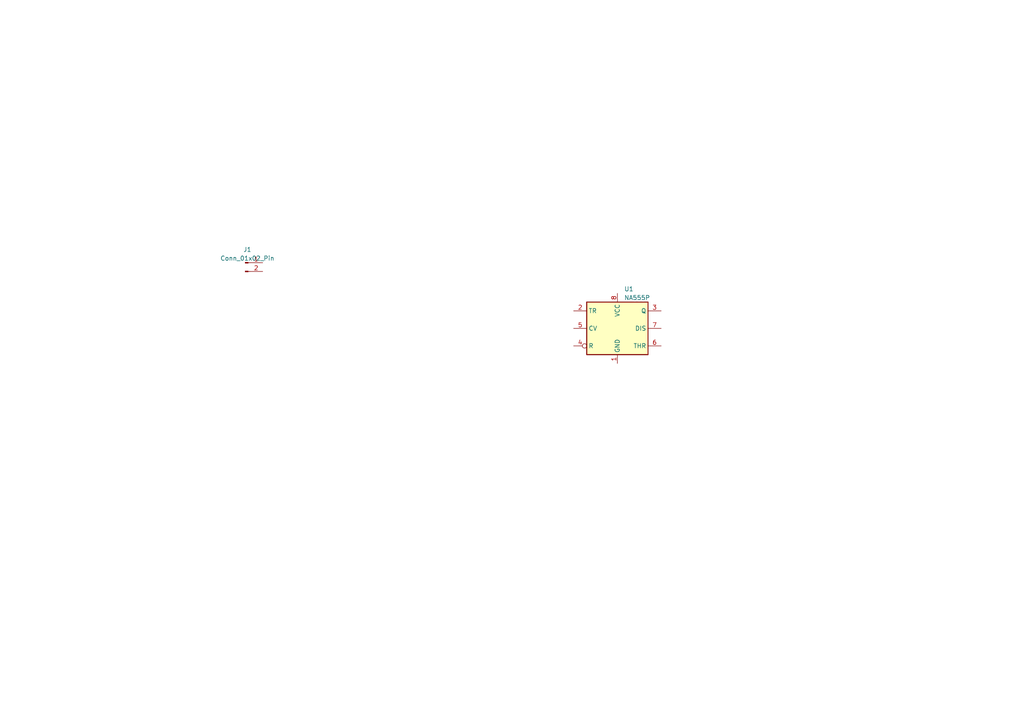
<source format=kicad_sch>
(kicad_sch (version 20230121) (generator eeschema)
  (paper "A4")
  (lib_symbols
    (symbol "Connector:Conn_01x02_Pin" (pin_names (offset 1.016) hide)
      (property "Reference" "J" (at 0 2.54 0))
      (property "Value" "Conn_01x02_Pin" (at 0 -5.08 0))
      (symbol "Conn_01x02_Pin_1_1"
        (polyline (pts (xy 1.27 -2.54) (xy 0.8636 -2.54)) (stroke (width 0.1524)))
        (polyline (pts (xy 1.27 0) (xy 0.8636 0)) (stroke (width 0.1524)))
        (rectangle (start 0.8636 -2.413) (end 0 -2.667) (stroke (width 0.1524)) (fill (type outline)))
        (rectangle (start 0.8636 0.127) (end 0 -0.127) (stroke (width 0.1524)) (fill (type outline)))
        (pin passive line (at 5.08 0 180) (length 3.81) (name "Pin_1") (number "1"))
        (pin passive line (at 5.08 -2.54 180) (length 3.81) (name "Pin_2") (number "2"))
      )
    )
    (symbol "Timer:NA555P"
      (property "Reference" "U" (at -10.16 8.89 0))
      (property "Value" "NA555P" (at 2.54 8.89 0))
      (symbol "NA555P_0_0"
        (pin power_in line (at 0 -10.16 90) (length 2.54) (name "GND") (number "1"))
        (pin power_in line (at 0 10.16 270) (length 2.54) (name "VCC") (number "8"))
      )
      (symbol "NA555P_0_1"
        (rectangle (start -8.89 -7.62) (end 8.89 7.62) (stroke (width 0.254)) (fill (type background)))
        (rectangle (start -8.89 -7.62) (end 8.89 7.62) (stroke (width 0.254)) (fill (type background)))
      )
      (symbol "NA555P_1_1"
        (pin input line (at -12.7 5.08 0) (length 3.81) (name "TR") (number "2"))
        (pin output line (at 12.7 5.08 180) (length 3.81) (name "Q") (number "3"))
        (pin input inverted (at -12.7 -5.08 0) (length 3.81) (name "R") (number "4"))
        (pin input line (at -12.7 0 0) (length 3.81) (name "CV") (number "5"))
        (pin input line (at 12.7 -5.08 180) (length 3.81) (name "THR") (number "6"))
        (pin input line (at 12.7 0 180) (length 3.81) (name "DIS") (number "7"))
      )
    )
  )
  (symbol (lib_id "Connector:Conn_01x02_Pin") (at 71.12 76.2 0) (unit 1)
    (property "Reference" "J1" (at 71.755 72.39 0))
    (property "Value" "Conn_01x02_Pin" (at 71.755 74.93 0))
  )
  (symbol (lib_id "Timer:NA555P") (at 179.07 95.25 0) (unit 1)
    (property "Reference" "U1" (at 181.0259 83.82 0) (effects (justify left)))
    (property "Value" "NA555P" (at 181.0259 86.36 0) (effects (justify left)))
    (property "Footprint" "Package_DIP:DIP-8_W7.62mm" (effects hide))
    (property "Datasheet" "http://www.ti.com/lit/ds/symlink/ne555.pdf" (effects hide))
  )
)
</source>
